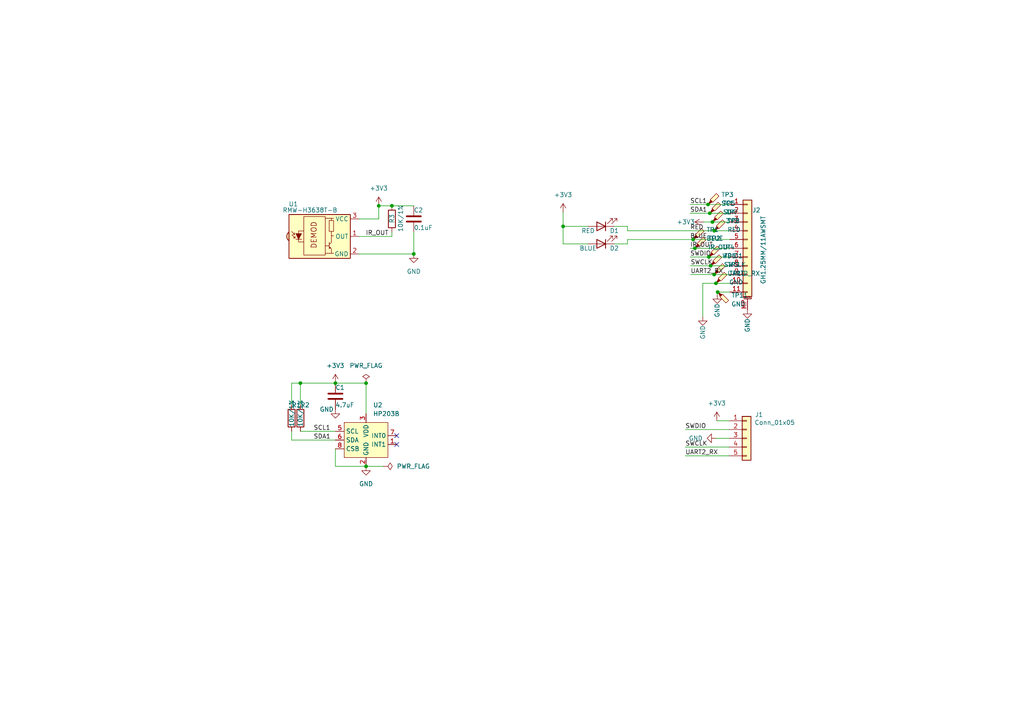
<source format=kicad_sch>
(kicad_sch (version 20231120) (generator "eeschema") (generator_version "8.0")
  (paper "A4")
  (title_block (title "EHSLS-01-Baro") (date "2022-05-09") (rev "V0.1"))
  (lib_symbols
    (symbol "Connector:TestPoint_Probe" (pin_numbers hide) (pin_names (offset 0.762) hide)
      (property "Reference" "TP" (at 1.651 5.842 0))
      (property "Value" "TestPoint_Probe" (at 1.651 4.064 0))
      (symbol "TestPoint_Probe_0_1"
        (polyline (pts (xy 1.27 0.762) (xy 0 0) (xy 0.762 1.27) (xy 1.27 0.762)) (fill (type outline)))
        (polyline (pts (xy 1.397 0.635) (xy 0.635 1.397) (xy 2.413 3.175) (xy 3.175 2.413) (xy 1.397 0.635)) (fill (type background)))
      )
      (symbol "TestPoint_Probe_1_1"
        (pin passive line (at 0 0 90) (length 0) (name "1") (number "1"))
      )
    )
    (symbol "Connector_Generic:Conn_01x05" (pin_names (offset 1.016) hide)
      (property "Reference" "J" (at 0 7.62 0))
      (property "Value" "Conn_01x05" (at 0 -7.62 0))
      (symbol "Conn_01x05_1_1"
        (rectangle (start -1.27 -4.953) (end 0 -5.207) (stroke (width 0.1524)))
        (rectangle (start -1.27 -2.413) (end 0 -2.667) (stroke (width 0.1524)))
        (rectangle (start -1.27 0.127) (end 0 -0.127) (stroke (width 0.1524)))
        (rectangle (start -1.27 2.667) (end 0 2.413) (stroke (width 0.1524)))
        (rectangle (start -1.27 5.207) (end 0 4.953) (stroke (width 0.1524)))
        (rectangle (start -1.27 6.35) (end 1.27 -6.35) (stroke (width 0.254)) (fill (type background)))
        (pin passive line (at -5.08 5.08 0) (length 3.81) (name "Pin_1") (number "1"))
        (pin passive line (at -5.08 2.54 0) (length 3.81) (name "Pin_2") (number "2"))
        (pin passive line (at -5.08 0 0) (length 3.81) (name "Pin_3") (number "3"))
        (pin passive line (at -5.08 -2.54 0) (length 3.81) (name "Pin_4") (number "4"))
        (pin passive line (at -5.08 -5.08 0) (length 3.81) (name "Pin_5") (number "5"))
      )
    )
    (symbol "Connector_Generic_MountingPin:Conn_01x11_MountingPin" (pin_names (offset 1.016) hide)
      (property "Reference" "J" (at 0 15.24 0))
      (property "Value" "Conn_01x11_MountingPin" (at 1.27 -15.24 0))
      (symbol "Conn_01x11_MountingPin_1_1"
        (rectangle (start -1.27 -12.573) (end 0 -12.827) (stroke (width 0.1524)))
        (rectangle (start -1.27 -10.033) (end 0 -10.287) (stroke (width 0.1524)))
        (rectangle (start -1.27 -7.493) (end 0 -7.747) (stroke (width 0.1524)))
        (rectangle (start -1.27 -4.953) (end 0 -5.207) (stroke (width 0.1524)))
        (rectangle (start -1.27 -2.413) (end 0 -2.667) (stroke (width 0.1524)))
        (rectangle (start -1.27 0.127) (end 0 -0.127) (stroke (width 0.1524)))
        (rectangle (start -1.27 2.667) (end 0 2.413) (stroke (width 0.1524)))
        (rectangle (start -1.27 5.207) (end 0 4.953) (stroke (width 0.1524)))
        (rectangle (start -1.27 7.747) (end 0 7.493) (stroke (width 0.1524)))
        (rectangle (start -1.27 10.287) (end 0 10.033) (stroke (width 0.1524)))
        (rectangle (start -1.27 12.827) (end 0 12.573) (stroke (width 0.1524)))
        (rectangle (start -1.27 13.97) (end 1.27 -13.97) (stroke (width 0.254)) (fill (type background)))
        (polyline (pts (xy -1.016 -14.732) (xy 1.016 -14.732)) (stroke (width 0.1524)))
        (text "Mounting" (at 0 -14.351 0) (effects (font (size 0.381 0.381))))
        (pin passive line (at -5.08 12.7 0) (length 3.81) (name "Pin_1") (number "1"))
        (pin passive line (at -5.08 -10.16 0) (length 3.81) (name "Pin_10") (number "10"))
        (pin passive line (at -5.08 -12.7 0) (length 3.81) (name "Pin_11") (number "11"))
        (pin passive line (at -5.08 10.16 0) (length 3.81) (name "Pin_2") (number "2"))
        (pin passive line (at -5.08 7.62 0) (length 3.81) (name "Pin_3") (number "3"))
        (pin passive line (at -5.08 5.08 0) (length 3.81) (name "Pin_4") (number "4"))
        (pin passive line (at -5.08 2.54 0) (length 3.81) (name "Pin_5") (number "5"))
        (pin passive line (at -5.08 0 0) (length 3.81) (name "Pin_6") (number "6"))
        (pin passive line (at -5.08 -2.54 0) (length 3.81) (name "Pin_7") (number "7"))
        (pin passive line (at -5.08 -5.08 0) (length 3.81) (name "Pin_8") (number "8"))
        (pin passive line (at -5.08 -7.62 0) (length 3.81) (name "Pin_9") (number "9"))
        (pin passive line (at 0 -17.78 90) (length 3.048) (name "MountPin") (number "MP"))
      )
    )
    (symbol "Device:C" (pin_numbers hide) (pin_names (offset 0.254))
      (property "Reference" "C" (at 0.635 2.54 0))
      (property "Value" "C" (at 0.635 -2.54 0))
      (symbol "C_0_1"
        (polyline (pts (xy -2.032 -0.762) (xy 2.032 -0.762)) (stroke (width 0.508)))
        (polyline (pts (xy -2.032 0.762) (xy 2.032 0.762)) (stroke (width 0.508)))
      )
      (symbol "C_1_1"
        (pin passive line (at 0 3.81 270) (length 2.794) (name "~") (number "1"))
        (pin passive line (at 0 -3.81 90) (length 2.794) (name "~") (number "2"))
      )
    )
    (symbol "Device:LED" (pin_numbers hide) (pin_names (offset 1.016) hide)
      (property "Reference" "D" (at 0 2.54 0))
      (property "Value" "LED" (at 0 -2.54 0))
      (symbol "LED_0_1"
        (polyline (pts (xy -1.27 -1.27) (xy -1.27 1.27)) (stroke (width 0.254)))
        (polyline (pts (xy -1.27 0) (xy 1.27 0)))
        (polyline (pts (xy 1.27 -1.27) (xy 1.27 1.27) (xy -1.27 0) (xy 1.27 -1.27)) (stroke (width 0.254)))
        (polyline (pts (xy -3.048 -0.762) (xy -4.572 -2.286) (xy -3.81 -2.286) (xy -4.572 -2.286) (xy -4.572 -1.524)))
        (polyline (pts (xy -1.778 -0.762) (xy -3.302 -2.286) (xy -2.54 -2.286) (xy -3.302 -2.286) (xy -3.302 -1.524)))
      )
      (symbol "LED_1_1"
        (pin passive line (at -3.81 0 0) (length 2.54) (name "K") (number "1"))
        (pin passive line (at 3.81 0 180) (length 2.54) (name "A") (number "2"))
      )
    )
    (symbol "Device:R" (pin_numbers hide) (pin_names (offset 0))
      (property "Reference" "R" (at 2.032 0 90))
      (property "Value" "R" (at 0 0 90))
      (symbol "R_0_1"
        (rectangle (start -1.016 -2.54) (end 1.016 2.54) (stroke (width 0.254)))
      )
      (symbol "R_1_1"
        (pin passive line (at 0 3.81 270) (length 1.27) (name "~") (number "1"))
        (pin passive line (at 0 -3.81 90) (length 1.27) (name "~") (number "2"))
      )
    )
    (symbol "Ovo_Interface_Optical:IRM-H3638T"
      (property "Reference" "U" (at 0 0 0))
      (property "Value" "IRM-H3638T" (at 0 -8.89 0))
      (symbol "IRM-H3638T_0_0"
        (arc (start -8.89 1.27) (mid -9.5191 0) (end -8.89 -1.27) (stroke (width 0.254)) (fill (type background)))
        (polyline (pts (xy 3.4041 -4.8895) (xy 1.6261 -4.8895)))
        (polyline (pts (xy 3.4041 5.2705) (xy 1.6261 5.2705)))
        (text "DEMOD" (at -1.6759 0.4445 900) (effects (font (size 1.524 1.524))))
      )
      (symbol "IRM-H3638T_0_1"
        (rectangle (start -8.89 6.35) (end 8.89 -6.35) (stroke (width 0.254)) (fill (type background)))
        (rectangle (start -4.5969 5.7785) (end 1.6261 -5.3975))
        (polyline (pts (xy -7.2639 0.5715) (xy -8.1529 1.4605)))
        (polyline (pts (xy -7.2639 0.5715) (xy -7.7719 0.5715)))
        (polyline (pts (xy -7.2639 0.5715) (xy -7.2639 1.0795)))
        (polyline (pts (xy -7.1369 -0.4445) (xy -8.0259 0.4445)))
        (polyline (pts (xy -7.1369 -0.4445) (xy -7.6449 -0.4445)))
        (polyline (pts (xy -7.1369 -0.4445) (xy -7.1369 0.0635)))
        (polyline (pts (xy -6.8829 -0.8255) (xy -5.2319 -0.8255)))
        (polyline (pts (xy 2.7691 -2.7305) (xy 1.6261 -2.7305)))
        (polyline (pts (xy 2.7691 -1.7145) (xy 2.7691 -3.6195)))
        (polyline (pts (xy 2.8961 -3.3655) (xy 3.0231 -3.3655)))
        (polyline (pts (xy 3.1501 -3.3655) (xy 3.0231 -3.3655)))
        (polyline (pts (xy 3.1501 -3.3655) (xy 3.1501 -3.1115)))
        (polyline (pts (xy 3.4041 0.1905) (xy 3.4041 1.4605)))
        (polyline (pts (xy 3.4041 4.6355) (xy 3.4041 5.2705) (xy 4.0391 5.2705)))
        (polyline (pts (xy -6.8829 0.8255) (xy -5.2319 0.8255) (xy -6.1209 -0.8255) (xy -6.8829 0.8255)) (fill (type outline)))
        (polyline (pts (xy -4.5969 1.5875) (xy -6.1209 1.5875) (xy -6.1209 -1.5875) (xy -4.5969 -1.5875)))
        (polyline (pts (xy 2.7691 -2.9845) (xy 3.4041 -3.6195) (xy 3.4041 -4.8895) (xy 4.0391 -4.8895)))
        (polyline (pts (xy 2.7691 -2.3495) (xy 3.4041 -1.7145) (xy 3.4041 0.1905) (xy 4.0391 0.1905)))
        (rectangle (start 4.0391 1.4605) (end 2.7691 4.6355))
      )
      (symbol "IRM-H3638T_1_1"
        (pin output line (at 11.43 0 180) (length 2.54) (name "OUT") (number "1"))
        (pin power_in line (at 11.43 -5.08 180) (length 2.54) (name "GND") (number "2"))
        (pin power_in line (at 11.43 5.08 180) (length 2.54) (name "VCC") (number "3"))
      )
    )
    (symbol "Ovo_Sensor_Pressure:HP203B"
      (property "Reference" "U" (at 2.54 8.89 0))
      (property "Value" "HP203B" (at 5.08 6.35 0))
      (symbol "HP203B_0_1"
        (rectangle (start -6.35 5.08) (end 6.35 -5.08) (fill (type background)))
      )
      (symbol "HP203B_1_1"
        (pin output line (at 8.89 -1.27 180) (length 2.54) (name "INT1") (number "1"))
        (pin power_in line (at 0 -7.62 90) (length 2.54) (name "GND") (number "2"))
        (pin power_in line (at 0 7.62 270) (length 2.54) (name "VDD") (number "3"))
        (pin no_connect line (at -3.81 -7.62 90) (length 2.54) hide (name "NC") (number "4"))
        (pin input line (at -8.89 2.54 0) (length 2.54) (name "SCL") (number "5"))
        (pin bidirectional line (at -8.89 0 0) (length 2.54) (name "SDA") (number "6"))
        (pin output line (at 8.89 1.27 180) (length 2.54) (name "INT0") (number "7"))
        (pin input line (at -8.89 -2.54 0) (length 2.54) (name "CSB") (number "8"))
      )
    )
    (symbol "power:+3V3" (power) (pin_names (offset 0))
      (property "Value" "+3V3" (at 0 3.556 0))
      (symbol "+3V3_0_1"
        (polyline (pts (xy -0.762 1.27) (xy 0 2.54)))
        (polyline (pts (xy 0 0) (xy 0 2.54)))
        (polyline (pts (xy 0 2.54) (xy 0.762 1.27)))
      )
      (symbol "+3V3_1_1"
        (pin power_in line (at 0 0 90) (length 0) hide (name "+3V3") (number "1"))
      )
    )
    (symbol "power:GND" (power) (pin_names (offset 0))
      (property "Value" "GND" (at 0 -3.81 0))
      (symbol "GND_0_1"
        (polyline (pts (xy 0 0) (xy 0 -1.27) (xy 1.27 -1.27) (xy 0 -2.54) (xy -1.27 -1.27) (xy 0 -1.27)))
      )
      (symbol "GND_1_1"
        (pin power_in line (at 0 0 270) (length 0) hide (name "GND") (number "1"))
      )
    )
    (symbol "power:PWR_FLAG" (power) (pin_numbers hide) (pin_names (offset 0) hide)
      (property "Value" "PWR_FLAG" (at 0 3.81 0))
      (symbol "PWR_FLAG_0_0"
        (pin power_out line (at 0 0 90) (length 0) (name "pwr") (number "1"))
      )
      (symbol "PWR_FLAG_0_1"
        (polyline (pts (xy 0 0) (xy 0 1.27) (xy -1.016 1.905) (xy 0 2.54) (xy 1.016 1.905) (xy 0 1.27)))
      )
    )
  )
  (junction (at 120.015 73.66))
  (junction (at 206.121 77.089))
  (junction (at 163.322 65.659))
  (junction (at 201.549 72.009))
  (junction (at 207.137 79.629))
  (junction (at 207.645 82.169))
  (junction (at 206.629 64.389))
  (junction (at 106.172 111.125))
  (junction (at 109.855 59.69))
  (junction (at 113.665 59.69))
  (junction (at 207.137 66.929))
  (junction (at 205.613 74.549))
  (junction (at 106.172 135.255))
  (junction (at 208.153 84.709))
  (junction (at 201.041 69.469))
  (junction (at 87.122 111.125))
  (junction (at 205.867 61.849))
  (junction (at 205.359 59.309))
  (junction (at 97.282 111.125))
  (no_connect (at 115.062 126.365))
  (no_connect (at 115.062 128.905))
  (wire (pts (xy 198.755 129.667) (xy 211.455 129.667)))
  (wire (pts (xy 178.181 65.659) (xy 181.991 65.659)))
  (wire (pts (xy 208.153 84.709) (xy 211.709 84.709)))
  (wire (pts (xy 106.172 135.255) (xy 111.252 135.255)))
  (wire (pts (xy 181.991 65.659) (xy 181.991 66.929)))
  (wire (pts (xy 204.089 64.389) (xy 206.629 64.389)))
  (wire (pts (xy 207.137 66.929) (xy 211.709 66.929)))
  (wire (pts (xy 201.549 72.009) (xy 211.709 72.009)))
  (wire (pts (xy 207.645 127.127) (xy 211.455 127.127)))
  (wire (pts (xy 207.899 122.047) (xy 211.455 122.047)))
  (wire (pts (xy 206.121 77.089) (xy 211.709 77.089)))
  (wire (pts (xy 113.665 68.58) (xy 113.665 67.31)))
  (wire (pts (xy 181.991 69.469) (xy 201.041 69.469)))
  (wire (pts (xy 163.322 65.659) (xy 163.322 70.739)))
  (wire (pts (xy 84.582 125.095) (xy 84.582 127.635)))
  (wire (pts (xy 200.279 79.629) (xy 207.137 79.629)))
  (wire (pts (xy 84.582 111.125) (xy 87.122 111.125)))
  (wire (pts (xy 200.152 59.309) (xy 205.359 59.309)))
  (wire (pts (xy 87.122 125.095) (xy 97.282 125.095)))
  (wire (pts (xy 106.172 111.125) (xy 106.172 120.015)))
  (wire (pts (xy 200.279 77.089) (xy 206.121 77.089)))
  (wire (pts (xy 207.137 79.629) (xy 211.709 79.629)))
  (wire (pts (xy 201.041 69.469) (xy 211.709 69.469)))
  (wire (pts (xy 178.181 70.739) (xy 181.991 70.739)))
  (wire (pts (xy 203.835 82.169) (xy 203.835 91.821)))
  (wire (pts (xy 109.855 59.69) (xy 109.855 63.5)))
  (wire (pts (xy 163.322 61.595) (xy 163.322 65.659)))
  (wire (pts (xy 87.122 117.475) (xy 87.122 111.125)))
  (wire (pts (xy 181.991 66.929) (xy 207.137 66.929)))
  (wire (pts (xy 208.026 84.709) (xy 208.153 84.709)))
  (wire (pts (xy 170.561 70.739) (xy 163.322 70.739)))
  (wire (pts (xy 163.322 65.659) (xy 170.561 65.659)))
  (wire (pts (xy 207.645 82.169) (xy 211.709 82.169)))
  (wire (pts (xy 206.629 64.389) (xy 211.709 64.389)))
  (wire (pts (xy 205.867 61.849) (xy 211.709 61.849)))
  (wire (pts (xy 97.282 111.125) (xy 106.172 111.125)))
  (wire (pts (xy 84.582 127.635) (xy 97.282 127.635)))
  (wire (pts (xy 104.14 68.58) (xy 113.665 68.58)))
  (wire (pts (xy 205.359 59.309) (xy 211.709 59.309)))
  (wire (pts (xy 200.152 61.849) (xy 205.867 61.849)))
  (wire (pts (xy 113.665 59.69) (xy 120.015 59.69)))
  (wire (pts (xy 84.582 117.475) (xy 84.582 111.125)))
  (wire (pts (xy 181.991 70.739) (xy 181.991 69.469)))
  (wire (pts (xy 97.282 135.255) (xy 106.172 135.255)))
  (wire (pts (xy 203.835 82.169) (xy 207.645 82.169)))
  (wire (pts (xy 109.855 59.69) (xy 113.665 59.69)))
  (wire (pts (xy 200.152 72.009) (xy 201.549 72.009)))
  (wire (pts (xy 208.026 84.709) (xy 208.026 85.471)))
  (wire (pts (xy 198.755 132.207) (xy 211.455 132.207)))
  (wire (pts (xy 120.015 73.66) (xy 120.015 67.31)))
  (wire (pts (xy 87.122 111.125) (xy 97.282 111.125)))
  (wire (pts (xy 198.755 124.587) (xy 211.455 124.587)))
  (wire (pts (xy 205.613 74.549) (xy 211.709 74.549)))
  (wire (pts (xy 200.152 74.549) (xy 205.613 74.549)))
  (wire (pts (xy 104.14 63.5) (xy 109.855 63.5)))
  (wire (pts (xy 97.282 130.175) (xy 97.282 135.255)))
  (wire (pts (xy 104.14 73.66) (xy 120.015 73.66)))
  (label "SWDIO" (at 198.755 124.587 0))
  (label "SWDIO" (at 200.152 74.549 0))
  (label "SDA1" (at 200.152 61.849 0))
  (label "RED" (at 200.152 66.929 0))
  (label "IR_OUT" (at 200.152 72.009 0))
  (label "SDA1" (at 90.932 127.635 0))
  (label "SCL1" (at 200.152 59.309 0))
  (label "UART2_RX" (at 198.755 132.207 0))
  (label "BLUE" (at 200.152 69.469 0))
  (label "SCL1" (at 90.932 125.095 0))
  (label "SWCLK" (at 200.279 77.089 0))
  (label "SWCLK" (at 198.755 129.667 0))
  (label "UART2_RX" (at 200.279 79.629 0))
  (label "IR_OUT" (at 106.045 68.58 0))
  (symbol (lib_id "Connector:TestPoint_Probe") (at 205.867 61.849 0) (unit 1)
    (property "Reference" "TP5" (at 209.677 58.9914 0) (effects (justify left)))
    (property "Value" "SDA" (at 209.677 61.5314 0) (effects (justify left)))
    (property "Footprint" "TestPoint:TestPoint_Pad_D1.0mm" (effects (hide yes)))
  )
  (symbol (lib_id "Connector:TestPoint_Probe") (at 205.359 59.309 0) (unit 1)
    (property "Reference" "TP3" (at 209.169 56.4514 0) (effects (justify left)))
    (property "Value" "SCL" (at 209.169 58.9914 0) (effects (justify left)))
    (property "Footprint" "TestPoint:TestPoint_Pad_D1.0mm" (effects (hide yes)))
  )
  (symbol (lib_id "power:GND") (at 207.645 127.127 270) (unit 1)
    (property "Reference" "#PWR09" (effects (hide yes)))
    (property "Value" "GND" (at 203.835 127.1269 90) (effects (justify right)))
  )
  (symbol (lib_id "Connector:TestPoint_Probe") (at 206.121 77.089 0) (unit 1)
    (property "Reference" "TP6" (at 209.931 74.2314 0) (effects (justify left)))
    (property "Value" "SWCLK" (at 209.931 76.7714 0) (effects (justify left)))
    (property "Footprint" "TestPoint:TestPoint_Pad_D1.0mm" (effects (hide yes)))
  )
  (symbol (lib_id "Connector:TestPoint_Probe") (at 201.041 69.469 0) (unit 1)
    (property "Reference" "TP1" (at 204.851 66.6114 0) (effects (justify left)))
    (property "Value" "BLUE" (at 204.851 69.1514 0) (effects (justify left)))
    (property "Footprint" "TestPoint:TestPoint_Pad_D1.0mm" (effects (hide yes)))
  )
  (symbol (lib_id "Device:C") (at 120.015 63.5 0) (unit 1)
    (property "Reference" "C2" (at 120.015 60.96 0) (effects (justify left)))
    (property "Value" "0.1uF" (at 120.015 66.04 0) (effects (justify left)))
    (property "Footprint" "Capacitor_SMD:C_0603_1608Metric" (effects (hide yes)))
  )
  (symbol (lib_id "power:+3V3") (at 109.855 59.69 0) (unit 1)
    (property "Reference" "#PWR04" (effects (hide yes)))
    (property "Value" "+3V3" (at 109.855 54.61 0))
  )
  (symbol (lib_id "Device:R") (at 87.122 121.285 0) (unit 1)
    (property "Reference" "R2" (at 87.122 117.475 0) (effects (justify left)))
    (property "Value" "10K/1%" (at 87.122 123.825 90) (effects (justify left)))
    (property "Footprint" "Resistor_SMD:R_0603_1608Metric" (effects (hide yes)))
  )
  (symbol (lib_id "Connector:TestPoint_Probe") (at 207.137 79.629 0) (unit 1)
    (property "Reference" "TP9" (at 210.947 76.7714 0) (effects (justify left)))
    (property "Value" "UART2_RX" (at 210.947 79.3114 0) (effects (justify left)))
    (property "Footprint" "TestPoint:TestPoint_Pad_D1.0mm" (effects (hide yes)))
  )
  (symbol (lib_id "Connector:TestPoint_Probe") (at 207.645 82.169 0) (unit 1)
    (property "Reference" "TP10" (at 211.455 79.3114 0) (effects (justify left)))
    (property "Value" "GND" (at 211.455 81.8514 0) (effects (justify left)))
    (property "Footprint" "TestPoint:TestPoint_Pad_D1.0mm" (effects (hide yes)))
  )
  (symbol (lib_id "Ovo_Interface_Optical:IRM-H3638T") (at 92.71 68.58 0) (unit 1)
    (property "Reference" "U1" (at 85.09 59.182 0))
    (property "Value" "RMW-H3638T-B" (at 89.916 60.96 0))
    (property "Footprint" "Ovo_OptoDevice:Everlight_IRM-3640CF45" (effects (hide yes)))
    (property "Description" "IR Receiver Modules for Remote Control Systems" (effects (hide yes)))
  )
  (symbol (lib_id "Ovo_Sensor_Pressure:HP203B") (at 106.172 127.635 0) (unit 1)
    (property "Reference" "U2" (at 108.1914 117.475 0) (effects (justify left)))
    (property "Value" "HP203B" (at 108.1914 120.015 0) (effects (justify left)))
    (property "Footprint" "Ovo_Package_LGA:HOPERF_LGA-8_3.8x3.6mm_P0.9mm" (effects (hide yes)))
  )
  (symbol (lib_id "power:+3V3") (at 207.899 122.047 0) (unit 1)
    (property "Reference" "#PWR010" (effects (hide yes)))
    (property "Value" "+3V3" (at 207.899 116.967 0))
  )
  (symbol (lib_id "Device:LED") (at 174.371 70.739 180) (unit 1)
    (property "Reference" "D2" (at 178.181 72.009 0))
    (property "Value" "BLUE" (at 170.561 72.009 0))
    (property "Footprint" "LED_SMD:LED_0603_1608Metric" (effects (hide yes)))
  )
  (symbol (lib_id "Device:LED") (at 174.371 65.659 180) (unit 1)
    (property "Reference" "D1" (at 178.181 66.929 0))
    (property "Value" "RED" (at 170.561 66.929 0))
    (property "Footprint" "LED_SMD:LED_0603_1608Metric" (effects (hide yes)))
  )
  (symbol (lib_id "power:GND") (at 106.172 135.255 0) (unit 1)
    (property "Reference" "#PWR03" (effects (hide yes)))
    (property "Value" "GND" (at 106.172 140.335 0))
  )
  (symbol (lib_id "Device:R") (at 84.582 121.285 0) (unit 1)
    (property "Reference" "R1" (at 84.582 117.475 0) (effects (justify left)))
    (property "Value" "10K/1%" (at 84.582 123.825 90) (effects (justify left)))
    (property "Footprint" "Resistor_SMD:R_0603_1608Metric" (effects (hide yes)))
  )
  (symbol (lib_id "Connector:TestPoint_Probe") (at 206.629 64.389 0) (unit 1)
    (property "Reference" "TP7" (at 210.439 61.5314 0) (effects (justify left)))
    (property "Value" "3V3" (at 210.439 64.0714 0) (effects (justify left)))
    (property "Footprint" "TestPoint:TestPoint_Pad_D1.0mm" (effects (hide yes)))
  )
  (symbol (lib_id "Connector_Generic:Conn_01x05") (at 216.535 127.127 0) (unit 1)
    (property "Reference" "J1" (at 218.948 120.269 0) (effects (justify left)))
    (property "Value" "Conn_01x05" (at 218.821 122.555 0) (effects (justify left)))
    (property "Footprint" "Connector_PinHeader_2.00mm:PinHeader_1x05_P2.00mm_Vertical" (effects (hide yes)))
  )
  (symbol (lib_id "power:GND") (at 203.835 91.821 0) (unit 1)
    (property "Reference" "#PWR07" (effects (hide yes)))
    (property "Value" "GND" (at 203.835 94.361 90) (effects (justify right)))
  )
  (symbol (lib_id "power:PWR_FLAG") (at 106.172 111.125 0) (unit 1)
    (property "Reference" "#FLG01" (effects (hide yes)))
    (property "Value" "PWR_FLAG" (at 106.172 106.045 0))
  )
  (symbol (lib_id "power:GND") (at 120.015 73.66 0) (unit 1)
    (property "Reference" "#PWR05" (effects (hide yes)))
    (property "Value" "GND" (at 120.015 78.74 0))
  )
  (symbol (lib_id "power:PWR_FLAG") (at 111.252 135.255 270) (unit 1)
    (property "Reference" "#FLG02" (effects (hide yes)))
    (property "Value" "PWR_FLAG" (at 115.062 135.2549 90) (effects (justify left)))
  )
  (symbol (lib_id "Connector_Generic_MountingPin:Conn_01x11_MountingPin") (at 216.789 72.009 0) (unit 1)
    (property "Reference" "J2" (at 218.186 60.96 0) (effects (justify left)))
    (property "Value" "GH1.25MM/11AWSMT" (at 221.361 82.423 90) (effects (justify left)))
    (property "Footprint" "Connector_JST:JST_GH_SM11B-GHS-TB_1x11-1MP_P1.25mm_Horizontal" (effects (hide yes)))
  )
  (symbol (lib_id "power:GND") (at 208.026 85.471 0) (unit 1)
    (property "Reference" "#PWR011" (effects (hide yes)))
    (property "Value" "GND" (at 208.026 88.011 90) (effects (justify right)))
  )
  (symbol (lib_id "power:GND") (at 97.282 118.745 0) (unit 1)
    (property "Reference" "#PWR02" (effects (hide yes)))
    (property "Value" "GND" (at 94.742 118.745 0))
  )
  (symbol (lib_id "power:+3V3") (at 163.322 61.595 0) (unit 1)
    (property "Reference" "#PWR06" (effects (hide yes)))
    (property "Value" "+3V3" (at 163.322 56.515 0))
  )
  (symbol (lib_id "power:+3V3") (at 97.282 111.125 0) (unit 1)
    (property "Reference" "#PWR01" (effects (hide yes)))
    (property "Value" "+3V3" (at 97.282 106.045 0))
  )
  (symbol (lib_id "Device:C") (at 97.282 114.935 0) (unit 1)
    (property "Reference" "C1" (at 97.282 112.395 0) (effects (justify left)))
    (property "Value" "4.7uF" (at 97.282 117.475 0) (effects (justify left)))
    (property "Footprint" "Capacitor_SMD:C_0603_1608Metric" (effects (hide yes)))
  )
  (symbol (lib_id "power:GND") (at 216.789 89.789 0) (unit 1)
    (property "Reference" "#PWR012" (effects (hide yes)))
    (property "Value" "GND" (at 216.789 92.329 90) (effects (justify right)))
  )
  (symbol (lib_id "Connector:TestPoint_Probe") (at 207.137 66.929 0) (unit 1)
    (property "Reference" "TP8" (at 210.947 64.0714 0) (effects (justify left)))
    (property "Value" "RED" (at 210.947 66.6114 0) (effects (justify left)))
    (property "Footprint" "TestPoint:TestPoint_Pad_D1.0mm" (effects (hide yes)))
  )
  (symbol (lib_id "Connector:TestPoint_Probe") (at 205.613 74.549 0) (unit 1)
    (property "Reference" "TP4" (at 209.423 71.6914 0) (effects (justify left)))
    (property "Value" "WDIO1" (at 209.423 74.2314 0) (effects (justify left)))
    (property "Footprint" "TestPoint:TestPoint_Pad_D1.0mm" (effects (hide yes)))
  )
  (symbol (lib_id "Connector:TestPoint_Probe") (at 201.549 72.009 0) (unit 1)
    (property "Reference" "TP2" (at 205.359 69.1514 0) (effects (justify left)))
    (property "Value" "IR_OUT" (at 205.359 71.6914 0) (effects (justify left)))
    (property "Footprint" "TestPoint:TestPoint_Pad_D1.0mm" (effects (hide yes)))
  )
  (symbol (lib_id "Device:R") (at 113.665 63.5 0) (unit 1)
    (property "Reference" "R3" (at 113.665 64.77 90) (effects (justify left)))
    (property "Value" "10K/1%" (at 116.205 67.31 90) (effects (justify left)))
    (property "Footprint" "Resistor_SMD:R_0603_1608Metric" (effects (hide yes)))
  )
  (symbol (lib_id "Connector:TestPoint_Probe") (at 208.153 84.709 270) (unit 1)
    (property "Reference" "TP11" (at 212.09 85.6615 90) (effects (justify left)))
    (property "Value" "GND" (at 212.09 88.2015 90) (effects (justify left)))
    (property "Footprint" "TestPoint:TestPoint_Pad_D1.0mm" (effects (hide yes)))
  )
  (symbol (lib_id "power:+3V3") (at 204.089 64.389 90) (unit 1)
    (property "Reference" "#PWR08" (effects (hide yes)))
    (property "Value" "+3V3" (at 201.549 64.389 90) (effects (justify left)))
  )
)
</source>
